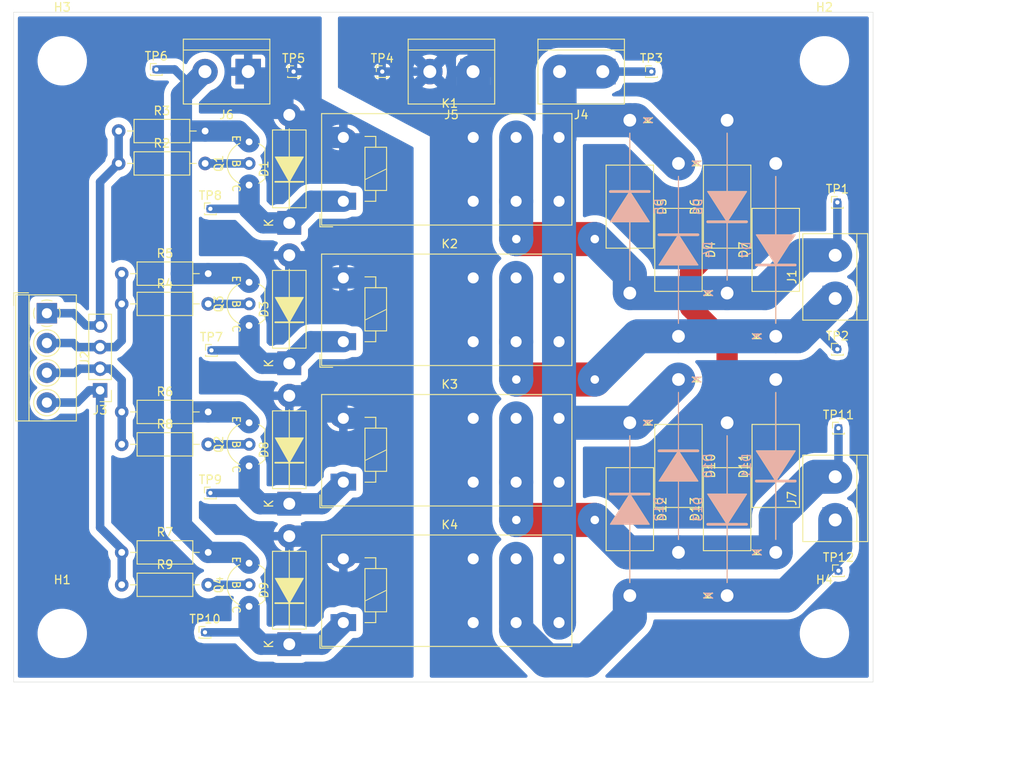
<source format=kicad_pcb>
(kicad_pcb (version 20240108) (generator "pcbnew") (generator_version "8.0")
  (layers (0 "F.Cu" signal) (31 "B.Cu" signal) (34 "B.Paste" user) (35 "F.Paste" user) (36 "B.SilkS" user "B.Silkscreen") (37 "F.SilkS" user "F.Silkscreen") (38 "B.Mask" user) (39 "F.Mask" user) (44 "Edge.Cuts" user))
  (net 0 "")
  (net 1 "Net-(D1-K)")
  (net 2 "GND")
  (net 3 "Net-(D3-K)")
  (net 4 "+24V")
  (net 5 "Net-(D4-A)")
  (net 6 "Net-(D5-A)")
  (net 7 "GNDPWR")
  (net 8 "Net-(D8-K)")
  (net 9 "Net-(D9-K)")
  (net 10 "Net-(D10-A)")
  (net 11 "Net-(D12-A)")
  (net 12 "/Relay_M1.1")
  (net 13 "/Relay_M2.1")
  (net 14 "/Relay_M1.2")
  (net 15 "/Relay_M2.2")
  (net 16 "+12V")
  (net 17 "Net-(Q1-B)")
  (net 18 "Net-(Q2-B)")
  (net 19 "Net-(Q3-B)")
  (net 20 "Net-(Q4-B)")
  (footprint "TerminalBlock:TerminalBlock_bornier-2_P5.08mm" (layer "F.Cu") (at 176.53 35.56 180)
    (property "Reference" "J4" (at 2.54 -5.08 0) (layer "F.SilkS"))
    (property "Value" "24V Power")
    (pad "1" thru_hole rect (at 0 0 180) (size 3 3) (drill 1.52) (layers "*.Cu" "*.Mask") (net 4 "+24V"))
    (pad "2" thru_hole circle (at 5.08 0 180) (size 3 3) (drill 1.52) (layers "*.Cu" "*.Mask") (net 4 "+24V"))
  )
  (footprint "Connector_PinHeader_1.00mm:PinHeader_1x01_P1.00mm_Vertical" (layer "F.Cu") (at 130.556 68.326)
    (property "Reference" "TP7" (at 0 -1.56 0) (layer "F.SilkS"))
    (property "Value" "K1.2")
    (pad "1" thru_hole rect (at 0 0) (size 0.85 0.85) (drill 0.5) (layers "*.Cu" "*.Mask") (net 3 "Net-(D3-K)"))
  )
  (footprint "Diode_THT_AKL:D_5W_P12.70mm_Horizontal" (layer "F.Cu") (at 139.7 86.36 90)
    (property "Reference" "D8" (at 6.35 -2.97 90) (layer "F.SilkS"))
    (property "Value" "D")
    (fp_text user "K" (at 0 -2.4 90) (layer "F.SilkS"))
    (pad "1" thru_hole rect (at 0 0 90) (size 2.8 2.8) (drill 1.4) (layers "*.Cu" "*.Mask") (net 8 "Net-(D8-K)"))
    (pad "2" thru_hole oval (at 12.7 0 90) (size 2.8 2.8) (drill 1.4) (layers "*.Cu" "*.Mask") (net 2 "GND"))
  )
  (footprint "MountingHole:MountingHole_5.3mm_M5" (layer "F.Cu") (at 113.03 101.6)
    (property "Reference" "H1" (at 0 -6.3 0) (layer "F.SilkS"))
    (property "Value" "MountingHole")
    (pad "" np_thru_hole circle (at 0 0) (size 5.3 5.3) (drill 5.3) (layers "*.Cu" "*.Mask"))
  )
  (footprint "Diode_THT_AKL_Double:D_DO-27_P20.32mm_Horizontal" (layer "F.Cu") (at 196.85 92.075 90)
    (property "Reference" "D11" (at 10.16 -3.785 90) (layer "F.SilkS"))
    (property "Value" "D" (hide yes))
    (fp_text user "K" (at 0 -2.159 90) (layer "B.SilkS") (effects (justify mirror)))
    (fp_text user "${REFERENCE}" (at 10.16 -3.429 90) (layer "B.SilkS") (effects (justify mirror)))
    (fp_text user "K" (at 0 -2.2 90) (layer "F.SilkS"))
    (pad "1" thru_hole rect (at 0 0 90) (size 2.4 2.4) (drill 1.5) (layers "*.Cu" "*.Mask") (net 10 "Net-(D10-A)"))
    (pad "2" thru_hole oval (at 20.32 0 90) (size 2.4 2.4) (drill 1.5) (layers "*.Cu" "*.Mask") (net 7 "GNDPWR"))
  )
  (footprint "Resistor_THT:R_Axial_DIN0207_L6.3mm_D2.5mm_P10.16mm_Horizontal" (layer "F.Cu") (at 120.015 92.075)
    (property "Reference" "R7" (at 5.08 -2.37 0) (layer "F.SilkS"))
    (property "Value" "22k")
    (pad "1" thru_hole circle (at 0 0) (size 1.6 1.6) (drill 0.8) (layers "*.Cu" "*.Mask") (net 15 "/Relay_M2.2"))
    (pad "2" thru_hole oval (at 10.16 0) (size 1.6 1.6) (drill 0.8) (layers "*.Cu" "*.Mask") (net 16 "+12V"))
  )
  (footprint "Diode_THT_AKL_Double:D_DO-27_P20.32mm_Horizontal" (layer "F.Cu") (at 196.85 66.675 90)
    (property "Reference" "D7" (at 10.16 -3.785 90) (layer "F.SilkS"))
    (property "Value" "D" (hide yes))
    (fp_text user "K" (at 0 -2.159 90) (layer "B.SilkS") (effects (justify mirror)))
    (fp_text user "${REFERENCE}" (at 10.16 -3.429 90) (layer "B.SilkS") (effects (justify mirror)))
    (fp_text user "K" (at 0 -2.2 90) (layer "F.SilkS"))
    (pad "1" thru_hole rect (at 0 0 90) (size 2.4 2.4) (drill 1.5) (layers "*.Cu" "*.Mask") (net 5 "Net-(D4-A)"))
    (pad "2" thru_hole oval (at 20.32 0 90) (size 2.4 2.4) (drill 1.5) (layers "*.Cu" "*.Mask") (net 7 "GNDPWR"))
  )
  (footprint "Connector_PinHeader_1.00mm:PinHeader_1x01_P1.00mm_Vertical" (layer "F.Cu") (at 130.429 85.09)
    (property "Reference" "TP9" (at 0 -1.56 0) (layer "F.SilkS"))
    (property "Value" "K2.1")
    (pad "1" thru_hole rect (at 0 0) (size 0.85 0.85) (drill 0.5) (layers "*.Cu" "*.Mask") (net 8 "Net-(D8-K)"))
  )
  (footprint "Package_TO_SOT_THT_AKL:TO-92_Inline_Wide_CBE" (layer "F.Cu") (at 134.98 81.915 90)
    (property "Reference" "Q2" (at 2.54 -3.56 90) (layer "F.SilkS"))
    (property "Value" "BC557A" (hide yes))
    (fp_text user "C" (at -0.381 -1.524 -90) (layer "F.SilkS") (effects (font (size 0.9 0.9))))
    (fp_text user "E" (at 5.461 -1.524 -90) (layer "F.SilkS") (effects (font (size 0.9 0.9))))
    (fp_text user "B" (at 2.54 -1.524 -90) (layer "F.SilkS") (effects (font (size 0.9 0.9))))
    (pad "1" thru_hole rect (at 0 0 180) (size 1.5 1.5) (drill 0.8) (layers "*.Cu" "*.Mask") (net 8 "Net-(D8-K)"))
    (pad "2" thru_hole circle (at 2.54 0 180) (size 1.5 1.5) (drill 0.8) (layers "*.Cu" "*.Mask") (net 18 "Net-(Q2-B)"))
    (pad "3" thru_hole circle (at 5.08 0 180) (size 1.5 1.5) (drill 0.8) (layers "*.Cu" "*.Mask") (net 16 "+12V"))
  )
  (footprint "Diode_THT_AKL_Double:D_DO-27_P20.32mm_Horizontal" (layer "F.Cu") (at 191.135 61.595 90)
    (property "Reference" "D6" (at 10.16 -3.785 90) (layer "F.SilkS"))
    (property "Value" "D" (hide yes))
    (fp_text user "${REFERENCE}" (at 10.16 -3.429 90) (layer "B.SilkS") (effects (justify mirror)))
    (fp_text user "K" (at 0 -2.159 90) (layer "B.SilkS") (effects (justify mirror)))
    (fp_text user "K" (at 0 -2.2 90) (layer "F.SilkS"))
    (pad "1" thru_hole rect (at 0 0 90) (size 2.4 2.4) (drill 1.5) (layers "*.Cu" "*.Mask") (net 6 "Net-(D5-A)"))
    (pad "2" thru_hole oval (at 20.32 0 90) (size 2.4 2.4) (drill 1.5) (layers "*.Cu" "*.Mask") (net 7 "GNDPWR"))
  )
  (footprint "Diode_THT_AKL_Double:D_DO-27_P20.32mm_Horizontal" (layer "F.Cu") (at 179.705 76.835 -90)
    (property "Reference" "D12" (at 10.16 -3.785 90) (layer "F.SilkS"))
    (property "Value" "D" (hide yes))
    (fp_text user "K" (at 0 -2.159 90) (layer "B.SilkS") (effects (justify mirror)))
    (fp_text user "${REFERENCE}" (at 10.16 -3.429 90) (layer "B.SilkS") (effects (justify mirror)))
    (fp_text user "K" (at 0 -2.2 90) (layer "F.SilkS"))
    (pad "1" thru_hole rect (at 0 0 270) (size 2.4 2.4) (drill 1.5) (layers "*.Cu" "*.Mask") (net 4 "+24V"))
    (pad "2" thru_hole oval (at 20.32 0 270) (size 2.4 2.4) (drill 1.5) (layers "*.Cu" "*.Mask") (net 11 "Net-(D12-A)"))
  )
  (footprint "Package_TO_SOT_THT_AKL:TO-92_Inline_Wide_CBE" (layer "F.Cu") (at 134.98 65.405 90)
    (property "Reference" "Q3" (at 2.54 -3.56 90) (layer "F.SilkS"))
    (property "Value" "BC557A" (hide yes))
    (fp_text user "B" (at 2.54 -1.524 -90) (layer "F.SilkS") (effects (font (size 0.9 0.9))))
    (fp_text user "E" (at 5.461 -1.524 -90) (layer "F.SilkS") (effects (font (size 0.9 0.9))))
    (fp_text user "C" (at -0.381 -1.524 -90) (layer "F.SilkS") (effects (font (size 0.9 0.9))))
    (pad "1" thru_hole rect (at 0 0 180) (size 1.5 1.5) (drill 0.8) (layers "*.Cu" "*.Mask") (net 3 "Net-(D3-K)"))
    (pad "2" thru_hole circle (at 2.54 0 180) (size 1.5 1.5) (drill 0.8) (layers "*.Cu" "*.Mask") (net 19 "Net-(Q3-B)"))
    (pad "3" thru_hole circle (at 5.08 0 180) (size 1.5 1.5) (drill 0.8) (layers "*.Cu" "*.Mask") (net 16 "+12V"))
  )
  (footprint "Connector_PinHeader_1.00mm:PinHeader_1x01_P1.00mm_Vertical" (layer "F.Cu") (at 130.429 51.689)
    (property "Reference" "TP8" (at 0 -1.56 0) (layer "F.SilkS"))
    (property "Value" "K1.1")
    (pad "1" thru_hole rect (at 0 0) (size 0.85 0.85) (drill 0.5) (layers "*.Cu" "*.Mask") (net 1 "Net-(D1-K)"))
  )
  (footprint "Relay_THT:Relay_SPDT_Schrack-RT1-16A-FormC_RM5mm" (layer "F.Cu") (at 146.05 50.8)
    (property "Reference" "K1" (at 12.5 -11.5 0) (layer "F.SilkS"))
    (property "Value" "RT314A24")
    (pad "11" thru_hole oval (at 20.3 -7.5 180) (size 2 3) (drill 1.3) (layers "*.Cu" "*.Mask") (net 6 "Net-(D5-A)"))
    (pad "11" thru_hole oval (at 20.3 0 180) (size 2 3) (drill 1.3) (layers "*.Cu" "*.Mask") (net 6 "Net-(D5-A)"))
    (pad "12" thru_hole oval (at 15.26 -7.5 180) (size 2 3) (drill 1.3) (layers "*.Cu" "*.Mask") (net 7 "GNDPWR"))
    (pad "12" thru_hole oval (at 15.26 0 180) (size 2 3) (drill 1.3) (layers "*.Cu" "*.Mask") (net 7 "GNDPWR"))
    (pad "14" thru_hole oval (at 25.34 -7.5 180) (size 2 3) (drill 1.3) (layers "*.Cu" "*.Mask") (net 4 "+24V"))
    (pad "14" thru_hole oval (at 25.34 0 180) (size 2 3) (drill 1.3) (layers "*.Cu" "*.Mask") (net 4 "+24V"))
    (pad "A1" thru_hole rect (at 0 0 180) (size 3 2) (drill 1.3) (layers "*.Cu" "*.Mask") (net 1 "Net-(D1-K)"))
    (pad "A2" thru_hole oval (at 0 -7.5 180) (size 3 2) (drill 1.3) (layers "*.Cu" "*.Mask") (net 2 "GND"))
  )
  (footprint "Connector_PinHeader_1.00mm:PinHeader_1x01_P1.00mm_Vertical" (layer "F.Cu") (at 124.079 35.306)
    (property "Reference" "TP6" (at 0 -1.56 0) (layer "F.SilkS"))
    (property "Value" "12v")
    (pad "1" thru_hole rect (at 0 0) (size 0.85 0.85) (drill 0.5) (layers "*.Cu" "*.Mask") (net 16 "+12V"))
  )
  (footprint "TerminalBlock:TerminalBlock_bornier-2_P5.08mm" (layer "F.Cu") (at 203.835 88.265 90)
    (property "Reference" "J7" (at 2.54 -5.08 90) (layer "F.SilkS"))
    (property "Value" "Motor_2 +  -")
    (pad "1" thru_hole rect (at 0 0 90) (size 3 3) (drill 1.52) (layers "*.Cu" "*.Mask") (net 11 "Net-(D12-A)"))
    (pad "2" thru_hole circle (at 5.08 0 90) (size 3 3) (drill 1.52) (layers "*.Cu" "*.Mask") (net 10 "Net-(D10-A)"))
  )
  (footprint "Connector_PinHeader_1.00mm:PinHeader_1x01_P1.00mm_Vertical" (layer "F.Cu") (at 129.794 101.473)
    (property "Reference" "TP10" (at 0 -1.56 0) (layer "F.SilkS"))
    (property "Value" "K2.2")
    (pad "1" thru_hole rect (at 0 0) (size 0.85 0.85) (drill 0.5) (layers "*.Cu" "*.Mask") (net 9 "Net-(D9-K)"))
  )
  (footprint "Connector_PinHeader_2.54mm:PinHeader_1x04_P2.54mm_Vertical" (layer "F.Cu") (at 117.475 73.025 180)
    (property "Reference" "J3" (at 0 -2.33 0) (layer "F.SilkS"))
    (property "Value" "Control-Signals")
    (pad "1" thru_hole rect (at 0 0 180) (size 1.7 1.7) (drill 1) (layers "*.Cu" "*.Mask") (net 15 "/Relay_M2.2"))
    (pad "2" thru_hole oval (at 0 2.54 180) (size 1.7 1.7) (drill 1) (layers "*.Cu" "*.Mask") (net 13 "/Relay_M2.1"))
    (pad "3" thru_hole oval (at 0 5.08 180) (size 1.7 1.7) (drill 1) (layers "*.Cu" "*.Mask") (net 14 "/Relay_M1.2"))
    (pad "4" thru_hole oval (at 0 7.62 180) (size 1.7 1.7) (drill 1) (layers "*.Cu" "*.Mask") (net 12 "/Relay_M1.1"))
  )
  (footprint "Relay_THT:Relay_SPDT_Schrack-RT1-16A-FormC_RM5mm" (layer "F.Cu") (at 146.048 100.33)
    (property "Reference" "K4" (at 12.5 -11.5 0) (layer "F.SilkS"))
    (property "Value" "RT314A24")
    (pad "11" thru_hole oval (at 20.3 -7.5 180) (size 2 3) (drill 1.3) (layers "*.Cu" "*.Mask") (net 11 "Net-(D12-A)"))
    (pad "11" thru_hole oval (at 20.3 0 180) (size 2 3) (drill 1.3) (layers "*.Cu" "*.Mask") (net 11 "Net-(D12-A)"))
    (pad "12" thru_hole oval (at 15.26 -7.5 180) (size 2 3) (drill 1.3) (layers "*.Cu" "*.Mask") (net 7 "GNDPWR"))
    (pad "12" thru_hole oval (at 15.26 0 180) (size 2 3) (drill 1.3) (layers "*.Cu" "*.Mask") (net 7 "GNDPWR"))
    (pad "14" thru_hole oval (at 25.34 -7.5 180) (size 2 3) (drill 1.3) (layers "*.Cu" "*.Mask") (net 4 "+24V"))
    (pad "14" thru_hole oval (at 25.34 0 180) (size 2 3) (drill 1.3) (layers "*.Cu" "*.Mask") (net 4 "+24V"))
    (pad "A1" thru_hole rect (at 0 0 180) (size 3 2) (drill 1.3) (layers "*.Cu" "*.Mask") (net 9 "Net-(D9-K)"))
    (pad "A2" thru_hole oval (at 0 -7.5 180) (size 3 2) (drill 1.3) (layers "*.Cu" "*.Mask") (net 2 "GND"))
  )
  (footprint "Diode_THT_AKL:D_5W_P12.70mm_Horizontal" (layer "F.Cu") (at 139.7 53.34 90)
    (property "Reference" "D1" (at 6.35 -2.97 90) (layer "F.SilkS"))
    (property "Value" "D")
    (fp_text user "K" (at 0 -2.4 90) (layer "F.SilkS"))
    (pad "1" thru_hole rect (at 0 0 90) (size 2.8 2.8) (drill 1.4) (layers "*.Cu" "*.Mask") (net 1 "Net-(D1-K)"))
    (pad "2" thru_hole oval (at 12.7 0 90) (size 2.8 2.8) (drill 1.4) (layers "*.Cu" "*.Mask") (net 2 "GND"))
  )
  (footprint "TerminalBlock:TerminalBlock_bornier-2_P5.08mm" (layer "F.Cu") (at 203.835 62.23 90)
    (property "Reference" "J1" (at 2.54 -5.08 90) (layer "F.SilkS"))
    (property "Value" "Motor_1 +  -")
    (pad "1" thru_hole rect (at 0 0 90) (size 3 3) (drill 1.52) (layers "*.Cu" "*.Mask") (net 5 "Net-(D4-A)"))
    (pad "2" thru_hole circle (at 5.08 0 90) (size 3 3) (drill 1.52) (layers "*.Cu" "*.Mask") (net 6 "Net-(D5-A)"))
  )
  (footprint "Resistor_THT:R_Axial_DIN0207_L6.3mm_D2.5mm_P10.16mm_Horizontal" (layer "F.Cu") (at 119.655 46.355)
    (property "Reference" "R2" (at 5.08 -2.37 0) (layer "F.SilkS"))
    (property "Value" "2k2")
    (pad "1" thru_hole circle (at 0 0) (size 1.6 1.6) (drill 0.8) (layers "*.Cu" "*.Mask") (net 12 "/Relay_M1.1"))
    (pad "2" thru_hole oval (at 10.16 0) (size 1.6 1.6) (drill 0.8) (layers "*.Cu" "*.Mask") (net 17 "Net-(Q1-B)"))
  )
  (footprint "Connector_PinHeader_1.00mm:PinHeader_1x01_P1.00mm_Vertical" (layer "F.Cu") (at 150.622 35.56)
    (property "Reference" "TP4" (at 0 -1.56 0) (layer "F.SilkS"))
    (property "Value" "GND-power")
    (pad "1" thru_hole rect (at 0 0) (size 0.85 0.85) (drill 0.5) (layers "*.Cu" "*.Mask") (net 7 "GNDPWR"))
  )
  (footprint "Package_TO_SOT_THT_AKL:TO-92_Inline_Wide_CBE" (layer "F.Cu") (at 134.98 48.895 90)
    (property "Reference" "Q1" (at 2.54 -3.56 90) (layer "F.SilkS"))
    (property "Value" "BC557A" (hide yes))
    (fp_text user "E" (at 5.461 -1.524 -90) (layer "F.SilkS") (effects (font (size 0.9 0.9))))
    (fp_text user "C" (at -0.381 -1.524 -90) (layer "F.SilkS") (effects (font (size 0.9 0.9))))
    (fp_text user "B" (at 2.54 -1.524 -90) (layer "F.SilkS") (effects (font (size 0.9 0.9))))
    (pad "1" thru_hole rect (at 0 0 180) (size 1.5 1.5) (drill 0.8) (layers "*.Cu" "*.Mask") (net 1 "Net-(D1-K)"))
    (pad "2" thru_hole circle (at 2.54 0 180) (size 1.5 1.5) (drill 0.8) (layers "*.Cu" "*.Mask") (net 17 "Net-(Q1-B)"))
    (pad "3" thru_hole circle (at 5.08 0 180) (size 1.5 1.5) (drill 0.8) (layers "*.Cu" "*.Mask") (net 16 "+12V"))
  )
  (footprint "Diode_THT_AKL_Double:D_DO-27_P20.32mm_Horizontal" (layer "F.Cu") (at 179.705 41.275 -90)
    (property "Reference" "D5" (at 10.16 -3.785 90) (layer "F.SilkS"))
    (property "Value" "D" (hide yes))
    (fp_text user "${REFERENCE}" (at 10.16 -3.429 90) (layer "B.SilkS") (effects (justify mirror)))
    (fp_text user "K" (at 0 -2.159 90) (layer "B.SilkS") (effects (justify mirror)))
    (fp_text user "K" (at 0 -2.2 90) (layer "F.SilkS"))
    (pad "1" thru_hole rect (at 0 0 270) (size 2.4 2.4) (drill 1.5) (layers "*.Cu" "*.Mask") (net 4 "+24V"))
    (pad "2" thru_hole oval (at 20.32 0 270) (size 2.4 2.4) (drill 1.5) (layers "*.Cu" "*.Mask") (net 6 "Net-(D5-A)"))
  )
  (footprint "Connector_PinHeader_1.00mm:PinHeader_1x01_P1.00mm_Vertical" (layer "F.Cu") (at 204.216 77.47)
    (property "Reference" "TP11" (at 0 -1.56 0) (layer "F.SilkS"))
    (property "Value" "M2.2 (+)")
    (pad "1" thru_hole rect (at 0 0) (size 0.85 0.85) (drill 0.5) (layers "*.Cu" "*.Mask") (net 10 "Net-(D10-A)"))
  )
  (footprint "TerminalBlock_4Ucon:TerminalBlock_4Ucon_1x04_P3.50mm_Horizontal" (layer "F.Cu") (at 111.225 63.965 -90)
    (property "Reference" "J2" (at 5.25 -4.46 90) (layer "F.SilkS"))
    (property "Value" "Control-Signals")
    (pad "1" thru_hole rect (at 0 0 270) (size 2.4 2.4) (drill 1.2) (layers "*.Cu" "*.Mask") (net 12 "/Relay_M1.1"))
    (pad "2" thru_hole circle (at 3.5 0 270) (size 2.4 2.4) (drill 1.2) (layers "*.Cu" "*.Mask") (net 14 "/Relay_M1.2"))
    (pad "3" thru_hole circle (at 7 0 270) (size 2.4 2.4) (drill 1.2) (layers "*.Cu" "*.Mask") (net 13 "/Relay_M2.1"))
    (pad "4" thru_hole circle (at 10.5 0 270) (size 2.4 2.4) (drill 1.2) (layers "*.Cu" "*.Mask") (net 15 "/Relay_M2.2"))
  )
  (footprint "Diode_THT_AKL:D_5W_P12.70mm_Horizontal" (layer "F.Cu") (at 139.7 69.85 90)
    (property "Reference" "D3" (at 6.35 -2.97 90) (layer "F.SilkS"))
    (property "Value" "D")
    (fp_text user "K" (at 0 -2.4 90) (layer "F.SilkS"))
    (pad "1" thru_hole rect (at 0 0 90) (size 2.8 2.8) (drill 1.4) (layers "*.Cu" "*.Mask") (net 3 "Net-(D3-K)"))
    (pad "2" thru_hole oval (at 12.7 0 90) (size 2.8 2.8) (drill 1.4) (layers "*.Cu" "*.Mask") (net 2 "GND"))
  )
  (footprint "MountingHole:MountingHole_5.3mm_M5" (layer "F.Cu") (at 202.565 101.6)
    (property "Reference" "H4" (at 0 -6.3 0) (layer "F.SilkS"))
    (property "Value" "MountingHole")
    (pad "" np_thru_hole circle (at 0 0) (size 5.3 5.3) (drill 5.3) (layers "*.Cu" "*.Mask"))
  )
  (footprint "Package_TO_SOT_THT_AKL:TO-92_Inline_Wide_CBE" (layer "F.Cu") (at 134.98 98.425 90)
    (property "Reference" "Q4" (at 2.54 -3.56 90) (layer "F.SilkS"))
    (property "Value" "BC557A" (hide yes))
    (fp_text user "B" (at 2.54 -1.524 -90) (layer "F.SilkS") (effects (font (size 0.9 0.9))))
    (fp_text user "E" (at 5.461 -1.524 -90) (layer "F.SilkS") (effects (font (size 0.9 0.9))))
    (fp_text user "C" (at -0.381 -1.524 -90) (layer "F.SilkS") (effects (font (size 0.9 0.9))))
    (pad "1" thru_hole rect (at 0 0 180) (size 1.5 1.5) (drill 0.8) (layers "*.Cu" "*.Mask") (net 9 "Net-(D9-K)"))
    (pad "2" thru_hole circle (at 2.54 0 180) (size 1.5 1.5) (drill 0.8) (layers "*.Cu" "*.Mask") (net 20 "Net-(Q4-B)"))
    (pad "3" thru_hole circle (at 5.08 0 180) (size 1.5 1.5) (drill 0.8) (layers "*.Cu" "*.Mask") (net 16 "+12V"))
  )
  (footprint "MountingHole:MountingHole_5.3mm_M5" (layer "F.Cu") (at 202.565 34.29)
    (property "Reference" "H2" (at 0 -6.3 0) (layer "F.SilkS"))
    (property "Value" "MountingHole")
    (pad "" np_thru_hole circle (at 0 0) (size 5.3 5.3) (drill 5.3) (layers "*.Cu" "*.Mask"))
  )
  (footprint "Relay_THT:Relay_SPDT_Schrack-RT1-16A-FormC_RM5mm" (layer "F.Cu") (at 146.048 67.31)
    (property "Reference" "K2" (at 12.5 -11.5 0) (layer "F.SilkS"))
    (property "Value" "RT314A24")
    (pad "11" thru_hole oval (at 20.3 -7.5 180) (size 2 3) (drill 1.3) (layers "*.Cu" "*.Mask") (net 5 "Net-(D4-A)"))
    (pad "11" thru_hole oval (at 20.3 0 180) (size 2 3) (drill 1.3) (layers "*.Cu" "*.Mask") (net 5 "Net-(D4-A)"))
    (pad "12" thru_hole oval (at 15.26 -7.5 180) (size 2 3) (drill 1.3) (layers "*.Cu" "*.Mask") (net 7 "GNDPWR"))
    (pad "12" thru_hole oval (at 15.26 0 180) (size 2 3) (drill 1.3) (layers "*.Cu" "*.Mask") (net 7 "GNDPWR"))
    (pad "14" thru_hole oval (at 25.34 -7.5 180) (size 2 3) (drill 1.3) (layers "*.Cu" "*.Mask") (net 4 "+24V"))
    (pad "14" thru_hole oval (at 25.34 0 180) (size 2 3) (drill 1.3) (layers "*.Cu" "*.Mask") (net 4 "+24V"))
    (pad "A1" thru_hole rect (at 0 0 180) (size 3 2) (drill 1.3) (layers "*.Cu" "*.Mask") (net 3 "Net-(D3-K)"))
    (pad "A2" thru_hole oval (at 0 -7.5 180) (size 3 2) (drill 1.3) (layers "*.Cu" "*.Mask") (net 2 "GND"))
  )
  (footprint "MountingHole:MountingHole_5.3mm_M5" (layer "F.Cu") (at 113.03 34.29)
    (property "Reference" "H3" (at 0 -6.3 0) (layer "F.SilkS"))
    (property "Value" "MountingHole")
    (pad "" np_thru_hole circle (at 0 0) (size 5.3 5.3) (drill 5.3) (layers "*.Cu" "*.Mask"))
  )
  (footprint "Diode_THT_AKL_Double:D_DO-27_P20.32mm_Horizontal" (layer "F.Cu") (at 191.135 97.155 90)
    (property "Reference" "D13" (at 10.16 -3.785 90) (layer "F.SilkS"))
    (property "Value" "D" (hide yes))
    (fp_text user "K" (at 0 -2.159 90) (layer "B.SilkS") (effects (justify mirror)))
    (fp_text user "${REFERENCE}" (at 10.16 -3.429 90) (layer "B.SilkS") (effects (justify mirror)))
    (fp_text user "K" (at 0 -2.2 90) (layer "F.SilkS"))
    (pad "1" thru_hole rect (at 0 0 90) (size 2.4 2.4) (drill 1.5) (layers "*.Cu" "*.Mask") (net 11 "Net-(D12-A)"))
    (pad "2" thru_hole oval (at 20.32 0 90) (size 2.4 2.4) (drill 1.5) (layers "*.Cu" "*.Mask") (net 7 "GNDPWR"))
  )
  (footprint "Diode_THT_AKL:D_5W_P12.70mm_Horizontal" (layer "F.Cu") (at 139.7 102.87 90)
    (property "Reference" "D9" (at 6.35 -2.97 90) (layer "F.SilkS"))
    (property "Value" "D")
    (fp_text user "K" (at 0 -2.4 90) (layer "F.SilkS"))
    (pad "1" thru_hole rect (at 0 0 90) (size 2.8 2.8) (drill 1.4) (layers "*.Cu" "*.Mask") (net 9 "Net-(D9-K)"))
    (pad "2" thru_hole oval (at 12.7 0 90) (size 2.8 2.8) (drill 1.4) (layers "*.Cu" "*.Mask") (net 2 "GND"))
  )
  (footprint "Relay_THT:Relay_SPDT_Schrack-RT1-16A-FormC_RM5mm" (layer "F.Cu") (at 146.05 83.82)
    (property "Reference" "K3" (at 12.5 -11.5 0) (layer "F.SilkS"))
    (property "Value" "RT314A24")
    (pad "11" thru_hole oval (at 20.3 -7.5 180) (size 2 3) (drill 1.3) (layers "*.Cu" "*.Mask") (net 10 "Net-(D10-A)"))
    (pad "11" thru_hole oval (at 20.3 0 180) (size 2 3) (drill 1.3) (layers "*.Cu" "*.Mask") (net 10 "Net-(D10-A)"))
    (pad "12" thru_hole oval (at 15.26 -7.5 180) (size 2 3) (drill 1.3) (layers "*.Cu" "*.Mask") (net 7 "GNDPWR"))
    (pad "12" thru_hole oval (at 15.26 0 180) (size 2 3) (drill 1.3) (layers "*.Cu" "*.Mask") (net 7 "GNDPWR"))
    (pad "14" thru_hole oval (at 25.34 -7.5 180) (size 2 3) (drill 1.3) (layers "*.Cu" "*.Mask") (net 4 "+24V"))
    (pad "14" thru_hole oval (at 25.34 0 180) (size 2 3) (drill 1.3) (layers "*.Cu" "*.Mask") (net 4 "+24V"))
    (pad "A1" thru_hole rect (at 0 0 180) (size 3 2) (drill 1.3) (layers "*.Cu" "*.Mask") (net 8 "Net-(D8-K)"))
    (pad "A2" thru_hole oval (at 0 -7.5 180) (size 3 2) (drill 1.3) (layers "*.Cu" "*.Mask") (net 2 "GND"))
  )
  (footprint "Resistor_THT:R_Axial_DIN0207_L6.3mm_D2.5mm_P10.16mm_Horizontal" (layer "F.Cu") (at 120.015 59.309)
    (property "Reference" "R5" (at 5.08 -2.37 0) (layer "F.SilkS"))
    (property "Value" "22k")
    (pad "1" thru_hole circle (at 0 0) (size 1.6 1.6) (drill 0.8) (layers "*.Cu" "*.Mask") (net 14 "/Relay_M1.2"))
    (pad "2" thru_hole oval (at 10.16 0) (size 1.6 1.6) (drill 0.8) (layers "*.Cu" "*.Mask") (net 16 "+12V"))
  )
  (footprint "Diode_THT_AKL_Double:D_DO-27_P20.32mm_Horizontal" (layer "F.Cu") (at 185.42 46.355 -90)
    (property "Reference" "D4" (at 10.16 -3.785 90) (layer "F.SilkS"))
    (property "Value" "D" (hide yes))
    (fp_text user "${REFERENCE}" (at 10.16 -3.429 90) (layer "B.SilkS") (effects (justify mirror)))
    (fp_text user "K" (at 0 -2.159 90) (layer "B.SilkS") (effects (justify mirror)))
    (fp_text user "K" (at 0 -2.2 90) (layer "F.SilkS"))
    (pad "1" thru_hole rect (at 0 0 270) (size 2.4 2.4) (drill 1.5) (layers "*.Cu" "*.Mask") (net 4 "+24V"))
    (pad "2" thru_hole oval (at 20.32 0 270) (size 2.4 2.4) (drill 1.5) (layers "*.Cu" "*.Mask") (net 5 "Net-(D4-A)"))
  )
  (footprint "Resistor_THT:R_Axial_DIN0207_L6.3mm_D2.5mm_P10.16mm_Horizontal" (layer "F.Cu") (at 120.015 62.865)
    (property "Reference" "R4" (at 5.08 -2.37 0) (layer "F.SilkS"))
    (property "Value" "2k2")
    (pad "1" thru_hole circle (at 0 0) (size 1.6 1.6) (drill 0.8) (layers "*.Cu" "*.Mask") (net 14 "/Relay_M1.2"))
    (pad "2" thru_hole oval (at 10.16 0) (size 1.6 1.6) (drill 0.8) (layers "*.Cu" "*.Mask") (net 19 "Net-(Q3-B)"))
  )
  (footprint "TerminalBlock:TerminalBlock_bornier-2_P5.08mm" (layer "F.Cu") (at 134.874 35.56 180)
    (property "Reference" "J6" (at 2.54 -5.08 0) (layer "F.SilkS"))
    (property "Value" "12V, GND")
    (pad "1" thru_hole rect (at 0 0 180) (size 3 3) (drill 1.52) (layers "*.Cu" "*.Mask") (net 2 "GND"))
    (pad "2" thru_hole circle (at 5.08 0 180) (size 3 3) (drill 1.52) (layers "*.Cu" "*.Mask") (net 16 "+12V"))
  )
  (footprint "Connector_PinHeader_1.00mm:PinHeader_1x01_P1.00mm_Vertical" (layer "F.Cu") (at 204.089 50.927)
    (property "Reference" "TP1" (at 0 -1.56 0) (layer "F.SilkS"))
    (property "Value" "M1.1 (+)")
    (pad "1" thru_hole rect (at 0 0) (size 0.85 0.85) (drill 0.5) (layers "*.Cu" "*.Mask") (net 6 "Net-(D5-A)"))
  )
  (footprint "Connector_PinHeader_1.00mm:PinHeader_1x01_P1.00mm_Vertical" (layer "F.Cu") (at 182.245 35.56)
    (property "Reference" "TP3" (at 0 -1.56 0) (layer "F.SilkS"))
    (property "Value" "24v")
    (pad "1" thru_hole rect (at 0 0) (size 0.85 0.85) (drill 0.5) (layers "*.Cu" "*.Mask") (net 4 "+24V"))
  )
  (footprint "Resistor_THT:R_Axial_DIN0207_L6.3mm_D2.5mm_P10.16mm_Horizontal" (layer "F.Cu") (at 119.655 42.545)
    (property "Reference" "R3" (at 5.08 -2.37 0) (layer "F.SilkS"))
    (property "Value" "22k")
    (pad "1" thru_hole circle (at 0 0) (size 1.6 1.6) (drill 0.8) (layers "*.Cu" "*.Mask") (net 12 "/Relay_M1.1"))
    (pad "2" thru_hole oval (at 10.16 0) (size 1.6 1.6) (drill 0.8) (layers "*.Cu" "*.Mask") (net 16 "+12V"))
  )
  (footprint "Connector_PinHeader_1.00mm:PinHeader_1x01_P1.00mm_Vertical" (layer "F.Cu") (at 204.216 94.234)
    (property "Reference" "TP12" (at 0 -1.56 0) (layer "F.SilkS"))
    (property "Value" "M2.2 (-)")
    (pad "1" thru_hole rect (at 0 0) (size 0.85 0.85) (drill 0.5) (layers "*.Cu" "*.Mask") (net 11 "Net-(D12-A)"))
  )
  (footprint "Diode_THT_AKL_Double:D_DO-27_P20.32mm_Horizontal" (layer "F.Cu") (at 185.42 71.755 -90)
    (property "Reference" "D10" (at 10.16 -3.785 90) (layer "F.SilkS"))
    (property "Value" "D" (hide yes))
    (fp_text user "${REFERENCE}" (at 10.16 -3.429 90) (layer "B.SilkS") (effects (justify mirror)))
    (fp_text user "K" (at 0 -2.159 90) (layer "B.SilkS") (effects (justify mirror)))
    (fp_text user "K" (at 0 -2.2 90) (layer "F.SilkS"))
    (pad "1" thru_hole rect (at 0 0 270) (size 2.4 2.4) (drill 1.5) (layers "*.Cu" "*.Mask") (net 4 "+24V"))
    (pad "2" thru_hole oval (at 20.32 0 270) (size 2.4 2.4) (drill 1.5) (layers "*.Cu" "*.Mask") (net 10 "Net-(D10-A)"))
  )
  (footprint "Resistor_THT:R_Axial_DIN0207_L6.3mm_D2.5mm_P10.16mm_Horizontal" (layer "F.Cu") (at 120.015 75.565)
    (property "Reference" "R6" (at 5.08 -2.37 0) (layer "F.SilkS"))
    (property "Value" "22k")
    (pad "1" thru_hole circle (at 0 0) (size 1.6 1.6) (drill 0.8) (layers "*.Cu" "*.Mask") (net 13 "/Relay_M2.1"))
    (pad "2" thru_hole oval (at 10.16 0) (size 1.6 1.6) (drill 0.8) (layers "*.Cu" "*.Mask") (net 16 "+12V"))
  )
  (footprint "TerminalBlock:TerminalBlock_bornier-2_P5.08mm" (layer "F.Cu") (at 161.29 35.56 180)
    (property "Reference" "J5" (at 2.54 -5.08 0) (layer "F.SilkS"))
    (property "Value" "GND Power")
    (pad "1" thru_hole rect (at 0 0 180) (size 3 3) (drill 1.52) (layers "*.Cu" "*.Mask") (net 7 "GNDPWR"))
    (pad "2" thru_hole circle (at 5.08 0 180) (size 3 3) (drill 1.52) (layers "*.Cu" "*.Mask") (net 7 "GNDPWR"))
  )
  (footprint "Resistor_THT:R_Axial_DIN0207_L6.3mm_D2.5mm_P10.16mm_Horizontal" (layer "F.Cu") (at 120.015 95.885)
    (property "Reference" "R9" (at 5.08 -2.37 0) (layer "F.SilkS"))
    (property "Value" "2k2")
    (pad "1" thru_hole circle (at 0 0) (size 1.6 1.6) (drill 0.8) (layers "*.Cu" "*.Mask") (net 15 "/Relay_M2.2"))
    (pad "2" thru_hole oval (at 10.16 0) (size 1.6 1.6) (drill 0.8) (layers "*.Cu" "*.Mask") (net 20 "Net-(Q4-B)"))
  )
  (footprint "Resistor_THT:R_Axial_DIN0207_L6.3mm_D2.5mm_P10.16mm_Horizontal" (layer "F.Cu") (at 120.015 79.375)
    (property "Reference" "R8" (at 5.08 -2.37 0) (layer "F.SilkS"))
    (property "Value" "2k2")
    (pad "1" thru_hole circle (at 0 0) (size 1.6 1.6) (drill 0.8) (layers "*.Cu" "*.Mask") (net 13 "/Relay_M2.1"))
    (pad "2" thru_hole oval (at 10.16 0) (size 1.6 1.6) (drill 0.8) (layers "*.Cu" "*.Mask") (net 18 "Net-(Q2-B)"))
  )
  (footprint "Connector_PinHeader_1.00mm:PinHeader_1x01_P1.00mm_Vertical" (layer "F.Cu") (at 204.089 68.199)
    (property "Reference" "TP2" (at 0 -1.56 0) (layer "F.SilkS"))
    (property "Value" "M1.2 (-)")
    (pad "1" thru_hole rect (at 0 0) (size 0.85 0.85) (drill 0.5) (layers "*.Cu" "*.Mask") (net 5 "Net-(D4-A)"))
  )
  (footprint "Connector_PinHeader_1.00mm:PinHeader_1x01_P1.00mm_Vertical" (layer "F.Cu") (at 140.208 35.56)
    (property "Reference" "TP5" (at 0 -1.56 0) (layer "F.SilkS"))
    (property "Value" "gnd")
    (pad "1" thru_hole rect (at 0 0) (size 0.85 0.85) (drill 0.5) (layers "*.Cu" "*.Mask") (net 2 "GND"))
  )
  (gr_rect (start 107.315 28.575) (end 208.28 107.315) (stroke (width 0.05)) (fill none) (layer "Edge.Cuts"))
  (segment (start 146.05 50.8) (end 142.24 50.8) (width 2.5) (layer "B.Cu") (net 1))
  (segment (start 139.7 53.34) (end 136.652 53.34) (width 2.5) (layer "B.Cu") (net 1))
  (segment (start 134.959 51.689) (end 134.98 51.668) (width 1) (layer "B.Cu") (net 1))
  (segment (start 134.98 51.668) (end 134.98 48.895) (width 2.5) (layer "B.Cu") (net 1))
  (segment (start 136.652 53.34) (end 134.98 51.668) (width 2.5) (layer "B.Cu") (net 1))
  (segment (start 142.24 50.8) (end 139.7 53.34) (width 2.5) (layer "B.Cu") (net 1))
  (segment (start 130.429 51.689) (end 134.959 51.689) (width 1) (layer "B.Cu") (net 1))
  (segment (start 149.86 76.708) (end 149.86 89.018) (width 2.5) (layer "B.Cu") (net 2))
  (segment (start 137.4775 38.2905) (end 137.4775 38.4175) (width 1) (layer "B.Cu") (net 2))
  (segment (start 149.472 76.32) (end 149.86 76.708) (width 2.5) (layer "B.Cu") (net 2))
  (segment (start 134.874 35.56) (end 134.874 35.814) (width 2.5) (layer "B.Cu") (net 2))
  (segment (start 143.388 90.17) (end 146.048 92.83) (width 2.5) (layer "B.Cu") (net 2))
  (segment (start 134.874 35.814) (end 137.4775 38.4175) (width 2.5) (layer "B.Cu") (net 2))
  (segment (start 142.36 43.3) (end 139.7 40.64) (width 2.5) (layer "B.Cu") (net 2))
  (segment (start 139.7 90.17) (end 143.388 90.17) (width 2.5) (layer "B.Cu") (net 2))
  (segment (start 143.39 73.66) (end 146.05 76.32) (width 2.5) (layer "B.Cu") (net 2))
  (segment (start 149.86 89.018) (end 146.048 92.83) (width 2.5) (layer "B.Cu") (net 2))
  (segment (start 149.726 59.81) (end 149.726 46.976) (width 2.5) (layer "B.Cu") (net 2))
  (segment (start 137.4775 38.4175) (end 139.7 40.64) (width 2.5) (layer "B.Cu") (net 2))
  (segment (start 146.048 59.81) (end 142.36 59.81) (width 2.5) (layer "B.Cu") (net 2))
  (segment (start 149.86 59.944) (end 149.86 76.708) (width 2.5) (layer "B.Cu") (net 2))
  (segment (start 149.726 46.976) (end 146.05 43.3) (width 2.5) (layer "B.Cu") (net 2))
  (segment (start 139.7 73.66) (end 143.39 73.66) (width 2.5) (layer "B.Cu") (net 2))
  (segment (start 149.86 59.944) (end 149.726 59.81) (width 2.5) (layer "B.Cu") (net 2))
  (segment (start 146.05 76.32) (end 149.472 76.32) (width 2.5) (layer "B.Cu") (net 2))
  (segment (start 140.208 35.56) (end 137.4775 38.2905) (width 1) (layer "B.Cu") (net 2))
  (segment (start 146.05 43.3) (end 142.36 43.3) (width 2.5) (layer "B.Cu") (net 2))
  (segment (start 142.36 59.81) (end 139.7 57.15) (width 2.5) (layer "B.Cu") (net 2))
  (segment (start 146.048 59.81) (end 149.726 59.81) (width 2.5) (layer "B.Cu") (net 2))
  (segment (start 136.525 69.85) (end 139.7 69.85) (width 2.5) (layer "B.Cu") (net 3))
  (segment (start 134.98 68.305) (end 136.525 69.85) (width 2.5) (layer "B.Cu") (net 3))
  (segment (start 130.556 68.326) (end 134.959 68.326) (width 1) (layer "B.Cu") (net 3))
  (segment (start 142.24 67.31) (end 146.048 67.31) (width 2.5) (layer "B.Cu") (net 3))
  (segment (start 134.959 68.326) (end 134.98 68.305) (width 1) (layer "B.Cu") (net 3))
  (segment (start 139.7 69.85) (end 142.24 67.31) (width 2.5) (layer "B.Cu") (net 3))
  (segment (start 134.98 65.405) (end 134.98 68.305) (width 2.5) (layer "B.Cu") (net 3))
  (segment (start 179.705 76.835) (end 180.34 76.835) (width 4) (layer "B.Cu") (net 4))
  (segment (start 179.705 41.275) (end 171.45 41.275) (width 4) (layer "B.Cu") (net 4))
  (segment (start 171.45 43.24) (end 171.39 43.3) (width 4) (layer "B.Cu") (net 4))
  (segment (start 176.53 35.56) (end 182.245 35.56) (width 1) (layer "B.Cu") (net 4))
  (segment (start 171.45 35.56) (end 171.45 41.275) (width 4) (layer "B.Cu") (net 4))
  (segment (start 171.45 41.275) (end 171.45 43.24) (width 4) (layer "B.Cu") (net 4))
  (segment (start 180.34 41.275) (end 185.42 46.355) (width 4) (layer "B.Cu") (net 4))
  (segment (start 171.39 100.328) (end 171.388 100.33) (width 4) (layer "B.Cu") (net 4))
  (segment (start 171.905 76.835) (end 171.39 76.32) (width 4) (layer "B.Cu") (net 4))
  (segment (start 180.34 76.835) (end 185.42 71.755) (width 4) (layer "B.Cu") (net 4))
  (segment (start 179.705 41.275) (end 180.34 41.275) (width 4) (layer "B.Cu") (net 4))
  (segment (start 171.45 35.56) (end 176.53 35.56) (width 4) (layer "B.Cu") (net 4))
  (segment (start 171.39 43.3) (end 171.39 100.328) (width 4) (layer "B.Cu") (net 4))
  (segment (start 179.705 76.835) (end 171.905 76.835) (width 4) (layer "B.Cu") (net 4))
  (segment (start 166.37 71.755) (end 175.59 71.755) (width 4) (layer "F.Cu") (net 5))
  (via (at 166.37 71.755) (size 4) (drill 1) (layers "F.Cu" "B.Cu") (net 5))
  (via (at 175.59 71.755) (size 4) (drill 1) (layers "F.Cu" "B.Cu") (net 5))
  (segment (start 166.348 59.81) (end 166.348 67.31) (width 4) (layer "B.Cu") (net 5))
  (segment (start 175.59 71.755) (end 180.67 66.675) (width 4) (layer "B.Cu") (net 5))
  (segment (start 185.42 66.675) (end 196.85 66.675) (width 4) (layer "B.Cu") (net 5))
  (segment (start 196.85 66.675) (end 199.39 66.675) (width 4) (layer "B.Cu") (net 5))
  (segment (start 204.089 68.199) (end 201.295 65.405) (width 1) (layer "B.Cu") (net 5))
  (segment (start 201.295 65.405) (end 200.66 65.405) (width 1) (layer "B.Cu") (net 5))
  (segment (start 199.39 66.675) (end 200.66 65.405) (width 4) (layer "B.Cu") (net 5))
  (segment (start 200.66 65.405) (end 203.835 62.23) (width 4) (layer "B.Cu") (net 5))
  (segment (start 180.67 66.675) (end 185.42 66.675) (width 4) (layer "B.Cu") (net 5))
  (segment (start 166.348 67.31) (end 166.348 71.733) (width 4) (layer "B.Cu") (net 5))
  (segment (start 166.348 71.733) (end 166.37 71.755) (width 4) (layer "B.Cu") (net 5))
  (segment (start 166.37 55.245) (end 175.59 55.245) (width 4) (layer "F.Cu") (net 6))
  (via (at 166.37 55.245) (size 4) (drill 1) (layers "F.Cu" "B.Cu") (net 6))
  (via (at 175.59 55.245) (size 4) (drill 1) (layers "F.Cu" "B.Cu") (net 6))
  (segment (start 166.35 55.225) (end 166.37 55.245) (width 4) (layer "B.Cu") (net 6))
  (segment (start 204.089 56.896) (end 203.835 57.15) (width 1) (layer "B.Cu") (net 6))
  (segment (start 175.59 55.245) (end 179.705 59.36) (width 4) (layer "B.Cu") (net 6))
  (segment (start 195.58 61.595) (end 200.025 57.15) (width 4) (layer "B.Cu") (net 6))
  (segment (start 179.705 59.36) (end 179.705 61.595) (width 4) (layer "B.Cu") (net 6))
  (segment (start 200.025 57.15) (end 203.835 57.15) (width 4) (layer "B.Cu") (net 6))
  (segment (start 204.089 50.927) (end 204.089 56.896) (width 1) (layer "B.Cu") (net 6))
  (segment (start 179.705 61.595) (end 191.135 61.595) (width 4) (layer "B.Cu") (net 6))
  (segment (start 166.35 50.8) (end 166.35 55.225) (width 4) (layer "B.Cu") (net 6))
  (segment (start 191.135 61.595) (end 195.58 61.595) (width 4) (layer "B.Cu") (net 6))
  (segment (start 166.35 43.3) (end 166.35 50.8) (width 4) (layer "B.Cu") (net 6))
  (segment (start 191.135 67.581673) (end 191.135 76.835) (width 2.5) (layer "F.Cu") (net 7))
  (segment (start 186.828327 63.275) (end 191.135 67.581673) (width 2.5) (layer "F.Cu") (net 7))
  (segment (start 186.828327 59.101673) (end 186.828327 63.275) (width 2.5) (layer "F.Cu") (net 7))
  (segment (start 191.135 54.795) (end 186.828327 59.101673) (width 2.5) (layer "F.Cu") (net 7))
  (segment (start 191.135 41.275) (end 191.135 54.795) (width 2.5) (layer "F.Cu") (net 7))
  (segment (start 196.85 71.755) (end 191.77 76.835) (width 4) (layer "B.Cu") (net 7))
  (segment (start 161.31 100.328) (end 161.308 100.33) (width 4) (layer "B.Cu") (net 7))
  (segment (start 161.29 35.56) (end 165.775 31.075) (width 3) (layer "B.Cu") (net 7))
  (segment (start 161.29 43.28) (end 161.31 43.3) (width 4) (layer "B.Cu") (net 7))
  (segment (start 191.77 41.275) (end 196.85 46.355) (width 4) (layer "B.Cu") (net 7))
  (segment (start 165.775 31.075) (end 183.01 31.075) (width 3) (layer "B.Cu") (net 7))
  (segment (start 191.135 41.275) (end 191.77 41.275) (width 4) (layer "B.Cu") (net 7))
  (segment (start 161.29 35.56) (end 161.29 43.28) (width 4) (layer "B.Cu") (net 7))
  (segment (start 183.01 31.075) (end 191.135 39.2) (width 3) (layer "B.Cu") (net 7))
  (segment (start 161.31 43.3) (end 161.31 50.8) (width 4) (layer "B.Cu") (net 7))
  (segment (start 191.135 39.2) (end 191.135 41.275) (width 3) (layer "B.Cu") (net 7))
  (segment (start 191.77 76.835) (end 191.135 76.835) (width 4) (layer "B.Cu") (net 7))
  (segment (start 161.31 50.8) (end 161.31 100.328) (width 4) (layer "B.Cu") (net 7))
  (segment (start 150.622 35.56) (end 156.21 35.56) (width 1) (layer "B.Cu") (net 7))
  (segment (start 139.7 86.36) (end 143.51 86.36) (width 2.5) (layer "B.Cu") (net 8))
  (segment (start 143.51 86.36) (end 146.05 83.82) (width 2.5) (layer "B.Cu") (net 8))
  (segment (start 134.98 85.069) (end 136.271 86.36) (width 2.5) (layer "B.Cu") (net 8))
  (segment (start 134.98 81.915) (end 134.98 85.069) (width 2.5) (layer "B.Cu") (net 8))
  (segment (start 130.429 85.09) (end 134.959 85.09) (width 1) (layer "B.Cu") (net 8))
  (segment (start 136.271 86.36) (end 139.7 86.36) (width 2.5) (layer "B.Cu") (net 8))
  (segment (start 134.959 85.09) (end 134.98 85.069) (width 1) (layer "B.Cu") (net 8))
  (segment (start 134.959 101.473) (end 134.98 101.452) (width 1) (layer "B.Cu") (net 9))
  (segment (start 134.98 101.452) (end 136.398 102.87) (width 2.5) (layer "B.Cu") (net 9))
  (segment (start 134.98 98.425) (end 134.98 101.452) (width 2.5) (layer "B.Cu") (net 9))
  (segment (start 139.7 102.87) (end 143.508 102.87) (width 2.5) (layer "B.Cu") (net 9))
  (segment (start 136.398 102.87) (end 139.7 102.87) (width 2.5) (layer "B.Cu") (net 9))
  (segment (start 143.508 102.87) (end 146.048 100.33) (width 2.5) (layer "B.Cu") (net 9))
  (segment (start 129.794 101.473) (end 134.959 101.473) (width 1) (layer "B.Cu") (net 9))
  (segment (start 166.37 88.265) (end 175.59 88.265) (width 4) (layer "F.Cu") (net 10))
  (via (at 166.37 88.265) (size 4) (drill 1) (layers "F.Cu" "B.Cu") (net 10))
  (via (at 175.59 88.265) (size 4) (drill 1) (layers "F.Cu" "B.Cu") (net 10))
  (segment (start 204.216 82.804) (end 203.835 83.185) (width 1) (layer "B.Cu") (net 10))
  (segment (start 166.35 76.32) (end 166.35 83.82) (width 4) (layer "B.Cu") (net 10))
  (segment (start 175.59 88.265) (end 179.4 92.075) (width 4) (layer "B.Cu") (net 10))
  (segment (start 185.42 92.075) (end 196.85 92.075) (width 4) (layer "B.Cu") (net 10))
  (segment (start 196.85 92.075) (end 196.85 87.85) (width 4) (layer "B.Cu") (net 10))
  (segment (start 204.216 77.47) (end 204.216 82.804) (width 1) (layer "B.Cu") (net 10))
  (segment (start 166.35 88.245) (end 166.37 88.265) (width 4) (layer "B.Cu") (net 10))
  (segment (start 196.85 87.85) (end 201.515 83.185) (width 4) (layer "B.Cu") (net 10))
  (segment (start 179.4 92.075) (end 185.42 92.075) (width 4) (layer "B.Cu") (net 10))
  (segment (start 166.35 83.82) (end 166.35 88.245) (width 4) (layer "B.Cu") (net 10))
  (segment (start 201.515 83.185) (end 203.835 83.185) (width 4) (layer "B.Cu") (net 10))
  (segment (start 191.135 97.155) (end 198.12 97.155) (width 4) (layer "B.Cu") (net 11))
  (segment (start 179.705 99.695) (end 179.705 97.155) (width 4) (layer "B.Cu") (net 11))
  (segment (start 174.625 104.775) (end 179.705 99.695) (width 4) (layer "B.Cu") (net 11))
  (segment (start 169.893304 104.775) (end 174.625 104.775) (width 4) (layer "B.Cu") (net 11))
  (segment (start 179.705 97.155) (end 191.135 97.155) (width 4) (layer "B.Cu") (net 11))
  (segment (start 202.2475 93.0275) (end 203.835 91.44) (width 4) (layer "B.Cu") (net 11))
  (segment (start 198.12 97.155) (end 202.2475 93.0275) (width 4) (layer "B.Cu") (net 11))
  (segment (start 166.348 101.229696) (end 169.893304 104.775) (width 4) (layer "B.Cu") (net 11))
  (segment (start 203.0095 93.0275) (end 202.2475 93.0275) (width 1) (layer "B.Cu") (net 11))
  (segment (start 166.348 92.83) (end 166.348 100.33) (width 4) (layer "B.Cu") (net 11))
  (segment (start 203.835 91.44) (end 203.835 88.265) (width 4) (layer "B.Cu") (net 11))
  (segment (start 166.348 100.33) (end 166.348 101.229696) (width 4) (layer "B.Cu") (net 11))
  (segment (start 204.216 94.234) (end 203.0095 93.0275) (width 1) (layer "B.Cu") (net 11))
  (segment (start 119.655 46.355) (end 117.475 48.535) (width 1) (layer "B.Cu") (net 12))
  (segment (start 114.384 63.965) (end 111.225 63.965) (width 1) (layer "B.Cu") (net 12))
  (segment (start 115.824 65.405) (end 114.384 63.965) (width 1) (layer "B.Cu") (net 12))
  (segment (start 117.475 48.535) (end 117.475 65.405) (width 1) (layer "B.Cu") (net 12))
  (segment (start 119.655 42.545) (end 119.655 46.355) (width 1) (layer "B.Cu") (net 12))
  (segment (start 117.475 65.405) (end 115.824 65.405) (width 1) (layer "B.Cu") (net 12))
  (segment (start 114.582 70.965) (end 111.225 70.965) (width 1) (layer "B.Cu") (net 13))
  (segment (start 120.015 79.375) (end 120.015 75.565) (width 1) (layer "B.Cu") (net 13))
  (segment (start 120.015 75.565) (end 120.015 71.822919) (width 1) (layer "B.Cu") (net 13))
  (segment (start 120.015 71.822919) (end 118.677081 70.485) (width 1) (layer "B.Cu") (net 13))
  (segment (start 118.677081 70.485) (end 117.475 70.485) (width 1) (layer "B.Cu") (net 13))
  (segment (start 115.062 70.485) (end 114.582 70.965) (width 1) (layer "B.Cu") (net 13))
  (segment (start 117.475 70.485) (end 115.062 70.485) (width 1) (layer "B.Cu") (net 13))
  (segment (start 117.475 67.945) (end 114.808 67.945) (width 1) (layer "B.Cu") (net 14))
  (segment (start 120.015 59.309) (end 120.015 62.865) (width 1) (layer "B.Cu") (net 14))
  (segment (start 120.015 67.183) (end 119.253 67.945) (width 1) (layer "B.Cu") (net 14))
  (segment (start 119.253 67.945) (end 117.475 67.945) (width 1) (layer "B.Cu") (net 14))
  (segment (start 120.015 62.865) (end 120.015 67.183) (width 1) (layer "B.Cu") (net 14))
  (segment (start 114.328 67.465) (end 111.225 67.465) (width 1) (layer "B.Cu") (net 14))
  (segment (start 114.808 67.945) (end 114.328 67.465) (width 1) (layer "B.Cu") (net 14))
  (segment (start 117.475 73.025) (end 116.205 73.025) (width 1) (layer "B.Cu") (net 15))
  (segment (start 120.015 92.075) (end 120.015 91.694) (width 1) (layer "B.Cu") (net 15))
  (segment (start 120.015 91.694) (end 117.475 89.154) (width 1) (layer "B.Cu") (net 15))
  (segment (start 120.015 95.885) (end 120.015 92.075) (width 1) (layer "B.Cu") (net 15))
  (segment (start 116.205 73.025) (end 114.765 74.465) (width 1) (layer "B.Cu") (net 15))
  (segment (start 117.475 89.154) (end 117.475 73.025) (width 1) (layer "B.Cu") (net 15))
  (segment (start 114.765 74.465) (end 111.225 74.465) (width 1) (layer "B.Cu") (net 15))
  (segment (start 130.175 92.075) (end 127.03 88.93) (width 2.5) (layer "B.Cu") (net 16))
  (segment (start 133.71 75.565) (end 130.175 75.565) (width 2.5) (layer "B.Cu") (net 16))
  (segment (start 127.03 88.93) (end 127.03 75.565) (width 2.5) (layer "B.Cu") (net 16))
  (segment (start 126.238 35.306) (end 128.143 37.211) (width 1) (layer "B.Cu") (net 16))
  (segment (start 127.03 38.324) (end 127.03 42.926) (width 2.5) (layer "B.Cu") (net 16))
  (segment (start 128.143 37.211) (end 127.03 38.324) (width 2.5) (layer "B.Cu") (net 16))
  (segment (start 127.411 42.545) (end 127.03 42.926) (width 2.5) (layer "B.Cu") (net 16))
  (segment (start 124.079 35.306) (end 126.238 35.306) (width 1) (layer "B.Cu") (net 16))
  (segment (start 133.71 42.545) (end 129.815 42.545) (width 2.5) (layer "B.Cu") (net 16))
  (segment (start 130.175 59.309) (end 127.03 59.309) (width 2.5) (layer "B.Cu") (net 16))
  (segment (start 129.815 42.545) (end 127.411 42.545) (width 2.5) (layer "B.Cu") (net 16))
  (segment (start 134.98 93.345) (end 133.71 92.075) (width 2.5) (layer "B.Cu") (net 16))
  (segment (start 127.03 75.565) (end 127.03 59.309) (width 2.5) (layer "B.Cu") (net 16))
  (segment (start 133.71 92.075) (end 130.175 92.075) (width 2.5) (layer "B.Cu") (net 16))
  (segment (start 134.98 76.835) (end 133.71 75.565) (width 2.5) (layer "B.Cu") (net 16))
  (segment (start 129.794 35.56) (end 128.143 37.211) (width 2.5) (layer "B.Cu") (net 16))
  (segment (start 127.03 59.309) (end 127.03 42.926) (width 2.5) (layer "B.Cu") (net 16))
  (segment (start 134.98 60.325) (end 133.964 59.309) (width 2.5) (layer "B.Cu") (net 16))
  (segment (start 129.54 35.306) (end 129.794 35.56) (width 1) (layer "B.Cu") (net 16))
  (segment (start 134.98 43.815) (end 133.71 42.545) (width 2.5) (layer "B.Cu") (net 16))
  (segment (start 133.964 59.309) (end 130.175 59.309) (width 2.5) (layer "B.Cu") (net 16))
  (segment (start 130.175 75.565) (end 127.03 75.565) (width 2.5) (layer "B.Cu") (net 16))
  (segment (start 129.815 46.355) (end 134.98 46.355) (width 1) (layer "B.Cu") (net 17))
  (segment (start 130.175 79.375) (end 134.98 79.375) (width 1) (layer "B.Cu") (net 18))
  (segment (start 130.175 62.865) (end 134.98 62.865) (width 1) (layer "B.Cu") (net 19))
  (segment (start 130.175 95.885) (end 134.98 95.885) (width 1) (layer "B.Cu") (net 20))
  (zone (net 7) (net_name "GNDPWR") (layer "B.Cu") (connect_pads (clearance 0.8)) (min_thickness 0.4) (fill yes (thermal_gap 0.5) (thermal_bridge_width 1.3))
    (polygon (pts (xy 145.415 37.465) (xy 156.21 43.18) (xy 156.21 107.315) (xy 208.28 107.315) (xy 208.28 28.575) (xy 145.415 28.575)))
  )
  (zone (net 2) (net_name "GND") (layer "B.Cu") (priority 1) (connect_pads (clearance 0.8)) (min_thickness 0.4) (fill yes (thermal_gap 0.5) (thermal_bridge_width 1))
    (polygon (pts (xy 143.51 28.575) (xy 143.51 38.735) (xy 154.305 44.45) (xy 154.305 107.315) (xy 107.315 107.315) (xy 107.315 28.575)))
  )
)
</source>
